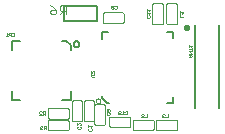
<source format=gbo>
G75*
%MOIN*%
%OFA0B0*%
%FSLAX25Y25*%
%IPPOS*%
%LPD*%
%AMOC8*
5,1,8,0,0,1.08239X$1,22.5*
%
%ADD10C,0.00500*%
%ADD11C,0.00100*%
%ADD12C,0.02227*%
%ADD13C,0.00300*%
%ADD14C,0.00400*%
%ADD15C,0.00394*%
D10*
X0008958Y0037358D02*
X0008958Y0040310D01*
X0008958Y0037358D02*
X0011911Y0037358D01*
X0025691Y0037358D02*
X0028643Y0037358D01*
X0028643Y0040310D01*
X0039189Y0038951D02*
X0039189Y0038164D01*
X0040764Y0036589D01*
X0041551Y0036589D01*
X0028643Y0054090D02*
X0028643Y0055651D01*
X0027251Y0057043D01*
X0025691Y0057043D01*
X0029628Y0056058D02*
X0029630Y0056120D01*
X0029636Y0056183D01*
X0029646Y0056244D01*
X0029660Y0056305D01*
X0029677Y0056365D01*
X0029698Y0056424D01*
X0029724Y0056481D01*
X0029752Y0056536D01*
X0029784Y0056590D01*
X0029820Y0056641D01*
X0029858Y0056691D01*
X0029900Y0056737D01*
X0029944Y0056781D01*
X0029992Y0056822D01*
X0030041Y0056860D01*
X0030093Y0056894D01*
X0030147Y0056925D01*
X0030203Y0056953D01*
X0030261Y0056977D01*
X0030320Y0056998D01*
X0030380Y0057014D01*
X0030441Y0057027D01*
X0030503Y0057036D01*
X0030565Y0057041D01*
X0030628Y0057042D01*
X0030690Y0057039D01*
X0030752Y0057032D01*
X0030814Y0057021D01*
X0030874Y0057006D01*
X0030934Y0056988D01*
X0030992Y0056966D01*
X0031049Y0056940D01*
X0031104Y0056910D01*
X0031157Y0056877D01*
X0031208Y0056841D01*
X0031256Y0056802D01*
X0031302Y0056759D01*
X0031345Y0056714D01*
X0031385Y0056666D01*
X0031422Y0056616D01*
X0031456Y0056563D01*
X0031487Y0056509D01*
X0031513Y0056453D01*
X0031537Y0056395D01*
X0031556Y0056335D01*
X0031572Y0056275D01*
X0031584Y0056213D01*
X0031592Y0056152D01*
X0031596Y0056089D01*
X0031596Y0056027D01*
X0031592Y0055964D01*
X0031584Y0055903D01*
X0031572Y0055841D01*
X0031556Y0055781D01*
X0031537Y0055721D01*
X0031513Y0055663D01*
X0031487Y0055607D01*
X0031456Y0055553D01*
X0031422Y0055500D01*
X0031385Y0055450D01*
X0031345Y0055402D01*
X0031302Y0055357D01*
X0031256Y0055314D01*
X0031208Y0055275D01*
X0031157Y0055239D01*
X0031104Y0055206D01*
X0031049Y0055176D01*
X0030992Y0055150D01*
X0030934Y0055128D01*
X0030874Y0055110D01*
X0030814Y0055095D01*
X0030752Y0055084D01*
X0030690Y0055077D01*
X0030628Y0055074D01*
X0030565Y0055075D01*
X0030503Y0055080D01*
X0030441Y0055089D01*
X0030380Y0055102D01*
X0030320Y0055118D01*
X0030261Y0055139D01*
X0030203Y0055163D01*
X0030147Y0055191D01*
X0030093Y0055222D01*
X0030041Y0055256D01*
X0029992Y0055294D01*
X0029944Y0055335D01*
X0029900Y0055379D01*
X0029858Y0055425D01*
X0029820Y0055475D01*
X0029784Y0055526D01*
X0029752Y0055580D01*
X0029724Y0055635D01*
X0029698Y0055692D01*
X0029677Y0055751D01*
X0029660Y0055811D01*
X0029646Y0055872D01*
X0029636Y0055933D01*
X0029630Y0055996D01*
X0029628Y0056058D01*
X0026550Y0063700D02*
X0037550Y0063700D01*
X0037550Y0068700D01*
X0026550Y0068700D01*
X0026550Y0063700D01*
X0039189Y0060211D02*
X0039189Y0057849D01*
X0039189Y0060211D02*
X0041157Y0060211D01*
X0060843Y0060211D02*
X0062811Y0060211D01*
X0062811Y0058243D01*
X0069966Y0062480D02*
X0069966Y0034921D01*
X0062811Y0036589D02*
X0062811Y0038558D01*
X0062811Y0036589D02*
X0060843Y0036589D01*
X0078234Y0034921D02*
X0078234Y0062480D01*
X0011911Y0057043D02*
X0008958Y0057043D01*
X0008958Y0054090D01*
D11*
X0008788Y0058730D02*
X0008788Y0059831D01*
X0008238Y0059831D01*
X0008054Y0059647D01*
X0008054Y0059280D01*
X0008238Y0059097D01*
X0008788Y0059097D01*
X0009159Y0058913D02*
X0009343Y0058730D01*
X0009710Y0058730D01*
X0009893Y0058913D01*
X0009893Y0059647D01*
X0009710Y0059831D01*
X0009343Y0059831D01*
X0009159Y0059647D01*
X0007683Y0059464D02*
X0007316Y0059831D01*
X0007316Y0058730D01*
X0007683Y0058730D02*
X0006949Y0058730D01*
X0018404Y0033651D02*
X0018771Y0033651D01*
X0018955Y0033468D01*
X0019326Y0033468D02*
X0019326Y0033101D01*
X0019509Y0032917D01*
X0020060Y0032917D01*
X0020060Y0032550D02*
X0020060Y0033651D01*
X0019509Y0033651D01*
X0019326Y0033468D01*
X0019693Y0032917D02*
X0019326Y0032550D01*
X0018955Y0032550D02*
X0018221Y0033284D01*
X0018221Y0033468D01*
X0018404Y0033651D01*
X0018221Y0032550D02*
X0018955Y0032550D01*
X0019071Y0028751D02*
X0018704Y0028751D01*
X0018521Y0028568D01*
X0018521Y0028384D01*
X0018704Y0028201D01*
X0018521Y0028017D01*
X0018521Y0027834D01*
X0018704Y0027650D01*
X0019071Y0027650D01*
X0019255Y0027834D01*
X0019626Y0027650D02*
X0019993Y0028017D01*
X0019809Y0028017D02*
X0020360Y0028017D01*
X0020360Y0027650D02*
X0020360Y0028751D01*
X0019809Y0028751D01*
X0019626Y0028568D01*
X0019626Y0028201D01*
X0019809Y0028017D01*
X0019255Y0028568D02*
X0019071Y0028751D01*
X0018888Y0028201D02*
X0018704Y0028201D01*
X0030850Y0028034D02*
X0030850Y0028401D01*
X0031033Y0028584D01*
X0030850Y0028955D02*
X0031584Y0029689D01*
X0031767Y0029689D01*
X0031951Y0029505D01*
X0031951Y0029139D01*
X0031767Y0028955D01*
X0031767Y0028584D02*
X0031951Y0028401D01*
X0031951Y0028034D01*
X0031767Y0027850D01*
X0031033Y0027850D01*
X0030850Y0028034D01*
X0030850Y0028955D02*
X0030850Y0029689D01*
X0034550Y0029079D02*
X0034550Y0028345D01*
X0034550Y0028712D02*
X0035651Y0028712D01*
X0035284Y0028345D01*
X0035467Y0027974D02*
X0035651Y0027791D01*
X0035651Y0027424D01*
X0035467Y0027240D01*
X0034733Y0027240D01*
X0034550Y0027424D01*
X0034550Y0027791D01*
X0034733Y0027974D01*
X0040650Y0032634D02*
X0040650Y0033001D01*
X0040833Y0033184D01*
X0040833Y0033555D02*
X0041017Y0033555D01*
X0041200Y0033739D01*
X0041200Y0034105D01*
X0041017Y0034289D01*
X0040833Y0034289D01*
X0040650Y0034105D01*
X0040650Y0033739D01*
X0040833Y0033555D01*
X0041200Y0033739D02*
X0041384Y0033555D01*
X0041567Y0033555D01*
X0041751Y0033739D01*
X0041751Y0034105D01*
X0041567Y0034289D01*
X0041384Y0034289D01*
X0041200Y0034105D01*
X0041567Y0033184D02*
X0041751Y0033001D01*
X0041751Y0032634D01*
X0041567Y0032450D01*
X0040833Y0032450D01*
X0040650Y0032634D01*
X0044606Y0032834D02*
X0044790Y0032650D01*
X0045157Y0032650D01*
X0045340Y0032834D01*
X0045711Y0032650D02*
X0046445Y0032650D01*
X0046078Y0032650D02*
X0046078Y0033751D01*
X0046445Y0033384D01*
X0046816Y0033568D02*
X0047000Y0033751D01*
X0047367Y0033751D01*
X0047550Y0033568D01*
X0047550Y0032834D01*
X0047367Y0032650D01*
X0047000Y0032650D01*
X0046816Y0032834D01*
X0045340Y0033568D02*
X0045157Y0033751D01*
X0044790Y0033751D01*
X0044606Y0033568D01*
X0044606Y0033384D01*
X0044790Y0033201D01*
X0044606Y0033017D01*
X0044606Y0032834D01*
X0044790Y0033201D02*
X0044973Y0033201D01*
X0052221Y0032568D02*
X0052404Y0032751D01*
X0052771Y0032751D01*
X0052955Y0032568D01*
X0052221Y0032568D02*
X0052221Y0032384D01*
X0052955Y0031650D01*
X0052221Y0031650D01*
X0053326Y0031650D02*
X0054060Y0031650D01*
X0054060Y0032751D01*
X0059221Y0032568D02*
X0059221Y0032384D01*
X0059404Y0032201D01*
X0059221Y0032017D01*
X0059221Y0031834D01*
X0059404Y0031650D01*
X0059771Y0031650D01*
X0059955Y0031834D01*
X0060326Y0031650D02*
X0061060Y0031650D01*
X0061060Y0032751D01*
X0059955Y0032568D02*
X0059771Y0032751D01*
X0059404Y0032751D01*
X0059221Y0032568D01*
X0059404Y0032201D02*
X0059588Y0032201D01*
X0067950Y0051830D02*
X0068684Y0051830D01*
X0069051Y0052197D01*
X0068684Y0052564D01*
X0067950Y0052564D01*
X0067950Y0052935D02*
X0069051Y0052935D01*
X0067950Y0053669D01*
X0069051Y0053669D01*
X0069051Y0054040D02*
X0069051Y0054774D01*
X0069051Y0054407D02*
X0067950Y0054407D01*
X0067950Y0055145D02*
X0067950Y0055879D01*
X0067950Y0055512D02*
X0069051Y0055512D01*
X0068684Y0055145D01*
X0068500Y0052564D02*
X0068500Y0051830D01*
X0066251Y0065150D02*
X0065150Y0065150D01*
X0065150Y0065884D01*
X0065150Y0066255D02*
X0065150Y0066989D01*
X0065150Y0066622D02*
X0066251Y0066622D01*
X0065884Y0066255D01*
X0055051Y0066407D02*
X0054684Y0066040D01*
X0054867Y0065669D02*
X0055051Y0065486D01*
X0055051Y0065119D01*
X0054867Y0064935D01*
X0054133Y0064935D01*
X0053950Y0065119D01*
X0053950Y0065486D01*
X0054133Y0065669D01*
X0053950Y0066040D02*
X0053950Y0066774D01*
X0053950Y0066407D02*
X0055051Y0066407D01*
X0054684Y0067145D02*
X0055051Y0067512D01*
X0053950Y0067512D01*
X0053950Y0067145D02*
X0053950Y0067879D01*
X0043960Y0068034D02*
X0043776Y0067850D01*
X0043409Y0067850D01*
X0043226Y0068034D01*
X0042855Y0068034D02*
X0042671Y0067850D01*
X0042304Y0067850D01*
X0042121Y0068034D01*
X0042121Y0068768D01*
X0042304Y0068951D01*
X0042671Y0068951D01*
X0042855Y0068768D01*
X0042855Y0068584D01*
X0042671Y0068401D01*
X0042121Y0068401D01*
X0043226Y0068768D02*
X0043409Y0068951D01*
X0043776Y0068951D01*
X0043960Y0068768D01*
X0043960Y0068034D01*
X0036367Y0046989D02*
X0036551Y0046805D01*
X0036551Y0046439D01*
X0036367Y0046255D01*
X0036551Y0045884D02*
X0035633Y0045884D01*
X0035450Y0045701D01*
X0035450Y0045334D01*
X0035633Y0045150D01*
X0036551Y0045150D01*
X0035450Y0046255D02*
X0035450Y0046989D01*
X0035450Y0046255D02*
X0036184Y0046989D01*
X0036367Y0046989D01*
D12*
X0067407Y0061299D03*
D13*
X0027500Y0027350D02*
X0021500Y0027350D01*
X0021456Y0027352D01*
X0021413Y0027358D01*
X0021371Y0027367D01*
X0021329Y0027380D01*
X0021289Y0027397D01*
X0021250Y0027417D01*
X0021213Y0027440D01*
X0021179Y0027467D01*
X0021146Y0027496D01*
X0021117Y0027529D01*
X0021090Y0027563D01*
X0021067Y0027600D01*
X0021047Y0027639D01*
X0021030Y0027679D01*
X0021017Y0027721D01*
X0021008Y0027763D01*
X0021002Y0027806D01*
X0021000Y0027850D01*
X0021000Y0030350D01*
X0021002Y0030394D01*
X0021008Y0030437D01*
X0021017Y0030479D01*
X0021030Y0030521D01*
X0021047Y0030561D01*
X0021067Y0030600D01*
X0021090Y0030637D01*
X0021117Y0030671D01*
X0021146Y0030704D01*
X0021179Y0030733D01*
X0021213Y0030760D01*
X0021250Y0030783D01*
X0021289Y0030803D01*
X0021329Y0030820D01*
X0021371Y0030833D01*
X0021413Y0030842D01*
X0021456Y0030848D01*
X0021500Y0030850D01*
X0027500Y0030850D01*
X0027500Y0031250D02*
X0021500Y0031250D01*
X0021456Y0031252D01*
X0021413Y0031258D01*
X0021371Y0031267D01*
X0021329Y0031280D01*
X0021289Y0031297D01*
X0021250Y0031317D01*
X0021213Y0031340D01*
X0021179Y0031367D01*
X0021146Y0031396D01*
X0021117Y0031429D01*
X0021090Y0031463D01*
X0021067Y0031500D01*
X0021047Y0031539D01*
X0021030Y0031579D01*
X0021017Y0031621D01*
X0021008Y0031663D01*
X0021002Y0031706D01*
X0021000Y0031750D01*
X0021000Y0034250D01*
X0021002Y0034294D01*
X0021008Y0034337D01*
X0021017Y0034379D01*
X0021030Y0034421D01*
X0021047Y0034461D01*
X0021067Y0034500D01*
X0021090Y0034537D01*
X0021117Y0034571D01*
X0021146Y0034604D01*
X0021179Y0034633D01*
X0021213Y0034660D01*
X0021250Y0034683D01*
X0021289Y0034703D01*
X0021329Y0034720D01*
X0021371Y0034733D01*
X0021413Y0034742D01*
X0021456Y0034748D01*
X0021500Y0034750D01*
X0027500Y0034750D01*
X0027544Y0034748D01*
X0027587Y0034742D01*
X0027629Y0034733D01*
X0027671Y0034720D01*
X0027711Y0034703D01*
X0027750Y0034683D01*
X0027787Y0034660D01*
X0027821Y0034633D01*
X0027854Y0034604D01*
X0027883Y0034571D01*
X0027910Y0034537D01*
X0027933Y0034500D01*
X0027953Y0034461D01*
X0027970Y0034421D01*
X0027983Y0034379D01*
X0027992Y0034337D01*
X0027998Y0034294D01*
X0028000Y0034250D01*
X0028000Y0031750D01*
X0027998Y0031706D01*
X0027992Y0031663D01*
X0027983Y0031621D01*
X0027970Y0031579D01*
X0027953Y0031539D01*
X0027933Y0031500D01*
X0027910Y0031463D01*
X0027883Y0031429D01*
X0027854Y0031396D01*
X0027821Y0031367D01*
X0027787Y0031340D01*
X0027750Y0031317D01*
X0027711Y0031297D01*
X0027671Y0031280D01*
X0027629Y0031267D01*
X0027587Y0031258D01*
X0027544Y0031252D01*
X0027500Y0031250D01*
X0027500Y0030850D02*
X0027544Y0030848D01*
X0027587Y0030842D01*
X0027629Y0030833D01*
X0027671Y0030820D01*
X0027711Y0030803D01*
X0027750Y0030783D01*
X0027787Y0030760D01*
X0027821Y0030733D01*
X0027854Y0030704D01*
X0027883Y0030671D01*
X0027910Y0030637D01*
X0027933Y0030600D01*
X0027953Y0030561D01*
X0027970Y0030521D01*
X0027983Y0030479D01*
X0027992Y0030437D01*
X0027998Y0030394D01*
X0028000Y0030350D01*
X0028000Y0027850D01*
X0027998Y0027806D01*
X0027992Y0027763D01*
X0027983Y0027721D01*
X0027970Y0027679D01*
X0027953Y0027639D01*
X0027933Y0027600D01*
X0027910Y0027563D01*
X0027883Y0027529D01*
X0027854Y0027496D01*
X0027821Y0027467D01*
X0027787Y0027440D01*
X0027750Y0027417D01*
X0027711Y0027397D01*
X0027671Y0027380D01*
X0027629Y0027367D01*
X0027587Y0027358D01*
X0027544Y0027352D01*
X0027500Y0027350D01*
X0029550Y0030300D02*
X0032050Y0030300D01*
X0032094Y0030302D01*
X0032137Y0030308D01*
X0032179Y0030317D01*
X0032221Y0030330D01*
X0032261Y0030347D01*
X0032300Y0030367D01*
X0032337Y0030390D01*
X0032371Y0030417D01*
X0032404Y0030446D01*
X0032433Y0030479D01*
X0032460Y0030513D01*
X0032483Y0030550D01*
X0032503Y0030589D01*
X0032520Y0030629D01*
X0032533Y0030671D01*
X0032542Y0030713D01*
X0032548Y0030756D01*
X0032550Y0030800D01*
X0032550Y0036800D01*
X0033050Y0036800D02*
X0033050Y0030800D01*
X0033052Y0030756D01*
X0033058Y0030713D01*
X0033067Y0030671D01*
X0033080Y0030629D01*
X0033097Y0030589D01*
X0033117Y0030550D01*
X0033140Y0030513D01*
X0033167Y0030479D01*
X0033196Y0030446D01*
X0033229Y0030417D01*
X0033263Y0030390D01*
X0033300Y0030367D01*
X0033339Y0030347D01*
X0033379Y0030330D01*
X0033421Y0030317D01*
X0033463Y0030308D01*
X0033506Y0030302D01*
X0033550Y0030300D01*
X0036050Y0030300D01*
X0036094Y0030302D01*
X0036137Y0030308D01*
X0036179Y0030317D01*
X0036221Y0030330D01*
X0036261Y0030347D01*
X0036300Y0030367D01*
X0036337Y0030390D01*
X0036371Y0030417D01*
X0036404Y0030446D01*
X0036433Y0030479D01*
X0036460Y0030513D01*
X0036483Y0030550D01*
X0036503Y0030589D01*
X0036520Y0030629D01*
X0036533Y0030671D01*
X0036542Y0030713D01*
X0036548Y0030756D01*
X0036550Y0030800D01*
X0036550Y0036800D01*
X0036548Y0036844D01*
X0036542Y0036887D01*
X0036533Y0036929D01*
X0036520Y0036971D01*
X0036503Y0037011D01*
X0036483Y0037050D01*
X0036460Y0037087D01*
X0036433Y0037121D01*
X0036404Y0037154D01*
X0036371Y0037183D01*
X0036337Y0037210D01*
X0036300Y0037233D01*
X0036261Y0037253D01*
X0036221Y0037270D01*
X0036179Y0037283D01*
X0036137Y0037292D01*
X0036094Y0037298D01*
X0036050Y0037300D01*
X0033550Y0037300D01*
X0033506Y0037298D01*
X0033463Y0037292D01*
X0033421Y0037283D01*
X0033379Y0037270D01*
X0033339Y0037253D01*
X0033300Y0037233D01*
X0033263Y0037210D01*
X0033229Y0037183D01*
X0033196Y0037154D01*
X0033167Y0037121D01*
X0033140Y0037087D01*
X0033117Y0037050D01*
X0033097Y0037011D01*
X0033080Y0036971D01*
X0033067Y0036929D01*
X0033058Y0036887D01*
X0033052Y0036844D01*
X0033050Y0036800D01*
X0032550Y0036800D02*
X0032548Y0036844D01*
X0032542Y0036887D01*
X0032533Y0036929D01*
X0032520Y0036971D01*
X0032503Y0037011D01*
X0032483Y0037050D01*
X0032460Y0037087D01*
X0032433Y0037121D01*
X0032404Y0037154D01*
X0032371Y0037183D01*
X0032337Y0037210D01*
X0032300Y0037233D01*
X0032261Y0037253D01*
X0032221Y0037270D01*
X0032179Y0037283D01*
X0032137Y0037292D01*
X0032094Y0037298D01*
X0032050Y0037300D01*
X0029550Y0037300D01*
X0029506Y0037298D01*
X0029463Y0037292D01*
X0029421Y0037283D01*
X0029379Y0037270D01*
X0029339Y0037253D01*
X0029300Y0037233D01*
X0029263Y0037210D01*
X0029229Y0037183D01*
X0029196Y0037154D01*
X0029167Y0037121D01*
X0029140Y0037087D01*
X0029117Y0037050D01*
X0029097Y0037011D01*
X0029080Y0036971D01*
X0029067Y0036929D01*
X0029058Y0036887D01*
X0029052Y0036844D01*
X0029050Y0036800D01*
X0029050Y0030800D01*
X0029052Y0030756D01*
X0029058Y0030713D01*
X0029067Y0030671D01*
X0029080Y0030629D01*
X0029097Y0030589D01*
X0029117Y0030550D01*
X0029140Y0030513D01*
X0029167Y0030479D01*
X0029196Y0030446D01*
X0029229Y0030417D01*
X0029263Y0030390D01*
X0029300Y0030367D01*
X0029339Y0030347D01*
X0029379Y0030330D01*
X0029421Y0030317D01*
X0029463Y0030308D01*
X0029506Y0030302D01*
X0029550Y0030300D01*
X0036550Y0029600D02*
X0036550Y0035600D01*
X0036552Y0035644D01*
X0036558Y0035687D01*
X0036567Y0035729D01*
X0036580Y0035771D01*
X0036597Y0035811D01*
X0036617Y0035850D01*
X0036640Y0035887D01*
X0036667Y0035921D01*
X0036696Y0035954D01*
X0036729Y0035983D01*
X0036763Y0036010D01*
X0036800Y0036033D01*
X0036839Y0036053D01*
X0036879Y0036070D01*
X0036921Y0036083D01*
X0036963Y0036092D01*
X0037006Y0036098D01*
X0037050Y0036100D01*
X0039550Y0036100D01*
X0039594Y0036098D01*
X0039637Y0036092D01*
X0039679Y0036083D01*
X0039721Y0036070D01*
X0039761Y0036053D01*
X0039800Y0036033D01*
X0039837Y0036010D01*
X0039871Y0035983D01*
X0039904Y0035954D01*
X0039933Y0035921D01*
X0039960Y0035887D01*
X0039983Y0035850D01*
X0040003Y0035811D01*
X0040020Y0035771D01*
X0040033Y0035729D01*
X0040042Y0035687D01*
X0040048Y0035644D01*
X0040050Y0035600D01*
X0040050Y0029600D01*
X0040048Y0029556D01*
X0040042Y0029513D01*
X0040033Y0029471D01*
X0040020Y0029429D01*
X0040003Y0029389D01*
X0039983Y0029350D01*
X0039960Y0029313D01*
X0039933Y0029279D01*
X0039904Y0029246D01*
X0039871Y0029217D01*
X0039837Y0029190D01*
X0039800Y0029167D01*
X0039761Y0029147D01*
X0039721Y0029130D01*
X0039679Y0029117D01*
X0039637Y0029108D01*
X0039594Y0029102D01*
X0039550Y0029100D01*
X0037050Y0029100D01*
X0037006Y0029102D01*
X0036963Y0029108D01*
X0036921Y0029117D01*
X0036879Y0029130D01*
X0036839Y0029147D01*
X0036800Y0029167D01*
X0036763Y0029190D01*
X0036729Y0029217D01*
X0036696Y0029246D01*
X0036667Y0029279D01*
X0036640Y0029313D01*
X0036617Y0029350D01*
X0036597Y0029389D01*
X0036580Y0029429D01*
X0036567Y0029471D01*
X0036558Y0029513D01*
X0036552Y0029556D01*
X0036550Y0029600D01*
X0041500Y0028950D02*
X0041500Y0031450D01*
X0041502Y0031494D01*
X0041508Y0031537D01*
X0041517Y0031579D01*
X0041530Y0031621D01*
X0041547Y0031661D01*
X0041567Y0031700D01*
X0041590Y0031737D01*
X0041617Y0031771D01*
X0041646Y0031804D01*
X0041679Y0031833D01*
X0041713Y0031860D01*
X0041750Y0031883D01*
X0041789Y0031903D01*
X0041829Y0031920D01*
X0041871Y0031933D01*
X0041913Y0031942D01*
X0041956Y0031948D01*
X0042000Y0031950D01*
X0048000Y0031950D01*
X0048044Y0031948D01*
X0048087Y0031942D01*
X0048129Y0031933D01*
X0048171Y0031920D01*
X0048211Y0031903D01*
X0048250Y0031883D01*
X0048287Y0031860D01*
X0048321Y0031833D01*
X0048354Y0031804D01*
X0048383Y0031771D01*
X0048410Y0031737D01*
X0048433Y0031700D01*
X0048453Y0031661D01*
X0048470Y0031621D01*
X0048483Y0031579D01*
X0048492Y0031537D01*
X0048498Y0031494D01*
X0048500Y0031450D01*
X0048500Y0028950D01*
X0048498Y0028906D01*
X0048492Y0028863D01*
X0048483Y0028821D01*
X0048470Y0028779D01*
X0048453Y0028739D01*
X0048433Y0028700D01*
X0048410Y0028663D01*
X0048383Y0028629D01*
X0048354Y0028596D01*
X0048321Y0028567D01*
X0048287Y0028540D01*
X0048250Y0028517D01*
X0048211Y0028497D01*
X0048171Y0028480D01*
X0048129Y0028467D01*
X0048087Y0028458D01*
X0048044Y0028452D01*
X0048000Y0028450D01*
X0042000Y0028450D01*
X0041956Y0028452D01*
X0041913Y0028458D01*
X0041871Y0028467D01*
X0041829Y0028480D01*
X0041789Y0028497D01*
X0041750Y0028517D01*
X0041713Y0028540D01*
X0041679Y0028567D01*
X0041646Y0028596D01*
X0041617Y0028629D01*
X0041590Y0028663D01*
X0041567Y0028700D01*
X0041547Y0028739D01*
X0041530Y0028779D01*
X0041517Y0028821D01*
X0041508Y0028863D01*
X0041502Y0028906D01*
X0041500Y0028950D01*
X0049300Y0027950D02*
X0049300Y0030450D01*
X0049302Y0030494D01*
X0049308Y0030537D01*
X0049317Y0030579D01*
X0049330Y0030621D01*
X0049347Y0030661D01*
X0049367Y0030700D01*
X0049390Y0030737D01*
X0049417Y0030771D01*
X0049446Y0030804D01*
X0049479Y0030833D01*
X0049513Y0030860D01*
X0049550Y0030883D01*
X0049589Y0030903D01*
X0049629Y0030920D01*
X0049671Y0030933D01*
X0049713Y0030942D01*
X0049756Y0030948D01*
X0049800Y0030950D01*
X0055800Y0030950D01*
X0055844Y0030948D01*
X0055887Y0030942D01*
X0055929Y0030933D01*
X0055971Y0030920D01*
X0056011Y0030903D01*
X0056050Y0030883D01*
X0056087Y0030860D01*
X0056121Y0030833D01*
X0056154Y0030804D01*
X0056183Y0030771D01*
X0056210Y0030737D01*
X0056233Y0030700D01*
X0056253Y0030661D01*
X0056270Y0030621D01*
X0056283Y0030579D01*
X0056292Y0030537D01*
X0056298Y0030494D01*
X0056300Y0030450D01*
X0056300Y0027950D01*
X0056298Y0027906D01*
X0056292Y0027863D01*
X0056283Y0027821D01*
X0056270Y0027779D01*
X0056253Y0027739D01*
X0056233Y0027700D01*
X0056210Y0027663D01*
X0056183Y0027629D01*
X0056154Y0027596D01*
X0056121Y0027567D01*
X0056087Y0027540D01*
X0056050Y0027517D01*
X0056011Y0027497D01*
X0055971Y0027480D01*
X0055929Y0027467D01*
X0055887Y0027458D01*
X0055844Y0027452D01*
X0055800Y0027450D01*
X0049800Y0027450D01*
X0049756Y0027452D01*
X0049713Y0027458D01*
X0049671Y0027467D01*
X0049629Y0027480D01*
X0049589Y0027497D01*
X0049550Y0027517D01*
X0049513Y0027540D01*
X0049479Y0027567D01*
X0049446Y0027596D01*
X0049417Y0027629D01*
X0049390Y0027663D01*
X0049367Y0027700D01*
X0049347Y0027739D01*
X0049330Y0027779D01*
X0049317Y0027821D01*
X0049308Y0027863D01*
X0049302Y0027906D01*
X0049300Y0027950D01*
X0057100Y0027950D02*
X0057100Y0030450D01*
X0057102Y0030494D01*
X0057108Y0030537D01*
X0057117Y0030579D01*
X0057130Y0030621D01*
X0057147Y0030661D01*
X0057167Y0030700D01*
X0057190Y0030737D01*
X0057217Y0030771D01*
X0057246Y0030804D01*
X0057279Y0030833D01*
X0057313Y0030860D01*
X0057350Y0030883D01*
X0057389Y0030903D01*
X0057429Y0030920D01*
X0057471Y0030933D01*
X0057513Y0030942D01*
X0057556Y0030948D01*
X0057600Y0030950D01*
X0063600Y0030950D01*
X0063644Y0030948D01*
X0063687Y0030942D01*
X0063729Y0030933D01*
X0063771Y0030920D01*
X0063811Y0030903D01*
X0063850Y0030883D01*
X0063887Y0030860D01*
X0063921Y0030833D01*
X0063954Y0030804D01*
X0063983Y0030771D01*
X0064010Y0030737D01*
X0064033Y0030700D01*
X0064053Y0030661D01*
X0064070Y0030621D01*
X0064083Y0030579D01*
X0064092Y0030537D01*
X0064098Y0030494D01*
X0064100Y0030450D01*
X0064100Y0027950D01*
X0064098Y0027906D01*
X0064092Y0027863D01*
X0064083Y0027821D01*
X0064070Y0027779D01*
X0064053Y0027739D01*
X0064033Y0027700D01*
X0064010Y0027663D01*
X0063983Y0027629D01*
X0063954Y0027596D01*
X0063921Y0027567D01*
X0063887Y0027540D01*
X0063850Y0027517D01*
X0063811Y0027497D01*
X0063771Y0027480D01*
X0063729Y0027467D01*
X0063687Y0027458D01*
X0063644Y0027452D01*
X0063600Y0027450D01*
X0057600Y0027450D01*
X0057556Y0027452D01*
X0057513Y0027458D01*
X0057471Y0027467D01*
X0057429Y0027480D01*
X0057389Y0027497D01*
X0057350Y0027517D01*
X0057313Y0027540D01*
X0057279Y0027567D01*
X0057246Y0027596D01*
X0057217Y0027629D01*
X0057190Y0027663D01*
X0057167Y0027700D01*
X0057147Y0027739D01*
X0057130Y0027779D01*
X0057117Y0027821D01*
X0057108Y0027863D01*
X0057102Y0027906D01*
X0057100Y0027950D01*
X0056350Y0062700D02*
X0058850Y0062700D01*
X0058894Y0062702D01*
X0058937Y0062708D01*
X0058979Y0062717D01*
X0059021Y0062730D01*
X0059061Y0062747D01*
X0059100Y0062767D01*
X0059137Y0062790D01*
X0059171Y0062817D01*
X0059204Y0062846D01*
X0059233Y0062879D01*
X0059260Y0062913D01*
X0059283Y0062950D01*
X0059303Y0062989D01*
X0059320Y0063029D01*
X0059333Y0063071D01*
X0059342Y0063113D01*
X0059348Y0063156D01*
X0059350Y0063200D01*
X0059350Y0069200D01*
X0059348Y0069244D01*
X0059342Y0069287D01*
X0059333Y0069329D01*
X0059320Y0069371D01*
X0059303Y0069411D01*
X0059283Y0069450D01*
X0059260Y0069487D01*
X0059233Y0069521D01*
X0059204Y0069554D01*
X0059171Y0069583D01*
X0059137Y0069610D01*
X0059100Y0069633D01*
X0059061Y0069653D01*
X0059021Y0069670D01*
X0058979Y0069683D01*
X0058937Y0069692D01*
X0058894Y0069698D01*
X0058850Y0069700D01*
X0056350Y0069700D01*
X0056306Y0069698D01*
X0056263Y0069692D01*
X0056221Y0069683D01*
X0056179Y0069670D01*
X0056139Y0069653D01*
X0056100Y0069633D01*
X0056063Y0069610D01*
X0056029Y0069583D01*
X0055996Y0069554D01*
X0055967Y0069521D01*
X0055940Y0069487D01*
X0055917Y0069450D01*
X0055897Y0069411D01*
X0055880Y0069371D01*
X0055867Y0069329D01*
X0055858Y0069287D01*
X0055852Y0069244D01*
X0055850Y0069200D01*
X0055850Y0063200D01*
X0055852Y0063156D01*
X0055858Y0063113D01*
X0055867Y0063071D01*
X0055880Y0063029D01*
X0055897Y0062989D01*
X0055917Y0062950D01*
X0055940Y0062913D01*
X0055967Y0062879D01*
X0055996Y0062846D01*
X0056029Y0062817D01*
X0056063Y0062790D01*
X0056100Y0062767D01*
X0056139Y0062747D01*
X0056179Y0062730D01*
X0056221Y0062717D01*
X0056263Y0062708D01*
X0056306Y0062702D01*
X0056350Y0062700D01*
X0060550Y0063200D02*
X0060550Y0069200D01*
X0060552Y0069244D01*
X0060558Y0069287D01*
X0060567Y0069329D01*
X0060580Y0069371D01*
X0060597Y0069411D01*
X0060617Y0069450D01*
X0060640Y0069487D01*
X0060667Y0069521D01*
X0060696Y0069554D01*
X0060729Y0069583D01*
X0060763Y0069610D01*
X0060800Y0069633D01*
X0060839Y0069653D01*
X0060879Y0069670D01*
X0060921Y0069683D01*
X0060963Y0069692D01*
X0061006Y0069698D01*
X0061050Y0069700D01*
X0063550Y0069700D01*
X0063594Y0069698D01*
X0063637Y0069692D01*
X0063679Y0069683D01*
X0063721Y0069670D01*
X0063761Y0069653D01*
X0063800Y0069633D01*
X0063837Y0069610D01*
X0063871Y0069583D01*
X0063904Y0069554D01*
X0063933Y0069521D01*
X0063960Y0069487D01*
X0063983Y0069450D01*
X0064003Y0069411D01*
X0064020Y0069371D01*
X0064033Y0069329D01*
X0064042Y0069287D01*
X0064048Y0069244D01*
X0064050Y0069200D01*
X0064050Y0063200D01*
X0064048Y0063156D01*
X0064042Y0063113D01*
X0064033Y0063071D01*
X0064020Y0063029D01*
X0064003Y0062989D01*
X0063983Y0062950D01*
X0063960Y0062913D01*
X0063933Y0062879D01*
X0063904Y0062846D01*
X0063871Y0062817D01*
X0063837Y0062790D01*
X0063800Y0062767D01*
X0063761Y0062747D01*
X0063721Y0062730D01*
X0063679Y0062717D01*
X0063637Y0062708D01*
X0063594Y0062702D01*
X0063550Y0062700D01*
X0061050Y0062700D01*
X0061006Y0062702D01*
X0060963Y0062708D01*
X0060921Y0062717D01*
X0060879Y0062730D01*
X0060839Y0062747D01*
X0060800Y0062767D01*
X0060763Y0062790D01*
X0060729Y0062817D01*
X0060696Y0062846D01*
X0060667Y0062879D01*
X0060640Y0062913D01*
X0060617Y0062950D01*
X0060597Y0062989D01*
X0060580Y0063029D01*
X0060567Y0063071D01*
X0060558Y0063113D01*
X0060552Y0063156D01*
X0060550Y0063200D01*
X0046300Y0063650D02*
X0046300Y0066150D01*
X0046298Y0066194D01*
X0046292Y0066237D01*
X0046283Y0066279D01*
X0046270Y0066321D01*
X0046253Y0066361D01*
X0046233Y0066400D01*
X0046210Y0066437D01*
X0046183Y0066471D01*
X0046154Y0066504D01*
X0046121Y0066533D01*
X0046087Y0066560D01*
X0046050Y0066583D01*
X0046011Y0066603D01*
X0045971Y0066620D01*
X0045929Y0066633D01*
X0045887Y0066642D01*
X0045844Y0066648D01*
X0045800Y0066650D01*
X0039800Y0066650D01*
X0039756Y0066648D01*
X0039713Y0066642D01*
X0039671Y0066633D01*
X0039629Y0066620D01*
X0039589Y0066603D01*
X0039550Y0066583D01*
X0039513Y0066560D01*
X0039479Y0066533D01*
X0039446Y0066504D01*
X0039417Y0066471D01*
X0039390Y0066437D01*
X0039367Y0066400D01*
X0039347Y0066361D01*
X0039330Y0066321D01*
X0039317Y0066279D01*
X0039308Y0066237D01*
X0039302Y0066194D01*
X0039300Y0066150D01*
X0039300Y0063650D01*
X0039302Y0063606D01*
X0039308Y0063563D01*
X0039317Y0063521D01*
X0039330Y0063479D01*
X0039347Y0063439D01*
X0039367Y0063400D01*
X0039390Y0063363D01*
X0039417Y0063329D01*
X0039446Y0063296D01*
X0039479Y0063267D01*
X0039513Y0063240D01*
X0039550Y0063217D01*
X0039589Y0063197D01*
X0039629Y0063180D01*
X0039671Y0063167D01*
X0039713Y0063158D01*
X0039756Y0063152D01*
X0039800Y0063150D01*
X0045800Y0063150D01*
X0045844Y0063152D01*
X0045887Y0063158D01*
X0045929Y0063167D01*
X0045971Y0063180D01*
X0046011Y0063197D01*
X0046050Y0063217D01*
X0046087Y0063240D01*
X0046121Y0063267D01*
X0046154Y0063296D01*
X0046183Y0063329D01*
X0046210Y0063363D01*
X0046233Y0063400D01*
X0046253Y0063439D01*
X0046270Y0063479D01*
X0046283Y0063521D01*
X0046292Y0063563D01*
X0046298Y0063606D01*
X0046300Y0063650D01*
D14*
X0027095Y0066000D02*
X0027095Y0069103D01*
X0025544Y0069103D01*
X0025027Y0068586D01*
X0025027Y0067551D01*
X0025544Y0067034D01*
X0027095Y0067034D01*
X0026061Y0067034D02*
X0025027Y0066000D01*
X0023873Y0066517D02*
X0023356Y0066000D01*
X0022321Y0066000D01*
X0021804Y0066517D01*
X0021804Y0067034D01*
X0022321Y0067551D01*
X0023873Y0067551D01*
X0023873Y0066517D01*
X0023873Y0067551D02*
X0022839Y0068586D01*
X0021804Y0069103D01*
D15*
X0037024Y0037180D02*
X0037026Y0037236D01*
X0037032Y0037291D01*
X0037042Y0037345D01*
X0037055Y0037399D01*
X0037073Y0037452D01*
X0037094Y0037503D01*
X0037118Y0037553D01*
X0037146Y0037601D01*
X0037178Y0037647D01*
X0037212Y0037691D01*
X0037250Y0037732D01*
X0037290Y0037770D01*
X0037333Y0037805D01*
X0037378Y0037837D01*
X0037426Y0037866D01*
X0037475Y0037892D01*
X0037526Y0037914D01*
X0037578Y0037932D01*
X0037632Y0037946D01*
X0037687Y0037957D01*
X0037742Y0037964D01*
X0037797Y0037967D01*
X0037853Y0037966D01*
X0037908Y0037961D01*
X0037963Y0037952D01*
X0038017Y0037940D01*
X0038070Y0037923D01*
X0038122Y0037903D01*
X0038172Y0037879D01*
X0038220Y0037852D01*
X0038267Y0037822D01*
X0038311Y0037788D01*
X0038353Y0037751D01*
X0038391Y0037711D01*
X0038428Y0037669D01*
X0038461Y0037624D01*
X0038490Y0037578D01*
X0038517Y0037529D01*
X0038539Y0037478D01*
X0038559Y0037426D01*
X0038574Y0037372D01*
X0038586Y0037318D01*
X0038594Y0037263D01*
X0038598Y0037208D01*
X0038598Y0037152D01*
X0038594Y0037097D01*
X0038586Y0037042D01*
X0038574Y0036988D01*
X0038559Y0036934D01*
X0038539Y0036882D01*
X0038517Y0036831D01*
X0038490Y0036782D01*
X0038461Y0036736D01*
X0038428Y0036691D01*
X0038391Y0036649D01*
X0038353Y0036609D01*
X0038311Y0036572D01*
X0038267Y0036538D01*
X0038220Y0036508D01*
X0038172Y0036481D01*
X0038122Y0036457D01*
X0038070Y0036437D01*
X0038017Y0036420D01*
X0037963Y0036408D01*
X0037908Y0036399D01*
X0037853Y0036394D01*
X0037797Y0036393D01*
X0037742Y0036396D01*
X0037687Y0036403D01*
X0037632Y0036414D01*
X0037578Y0036428D01*
X0037526Y0036446D01*
X0037475Y0036468D01*
X0037426Y0036494D01*
X0037378Y0036523D01*
X0037333Y0036555D01*
X0037290Y0036590D01*
X0037250Y0036628D01*
X0037212Y0036669D01*
X0037178Y0036713D01*
X0037146Y0036759D01*
X0037118Y0036807D01*
X0037094Y0036857D01*
X0037073Y0036908D01*
X0037055Y0036961D01*
X0037042Y0037015D01*
X0037032Y0037069D01*
X0037026Y0037124D01*
X0037024Y0037180D01*
M02*

</source>
